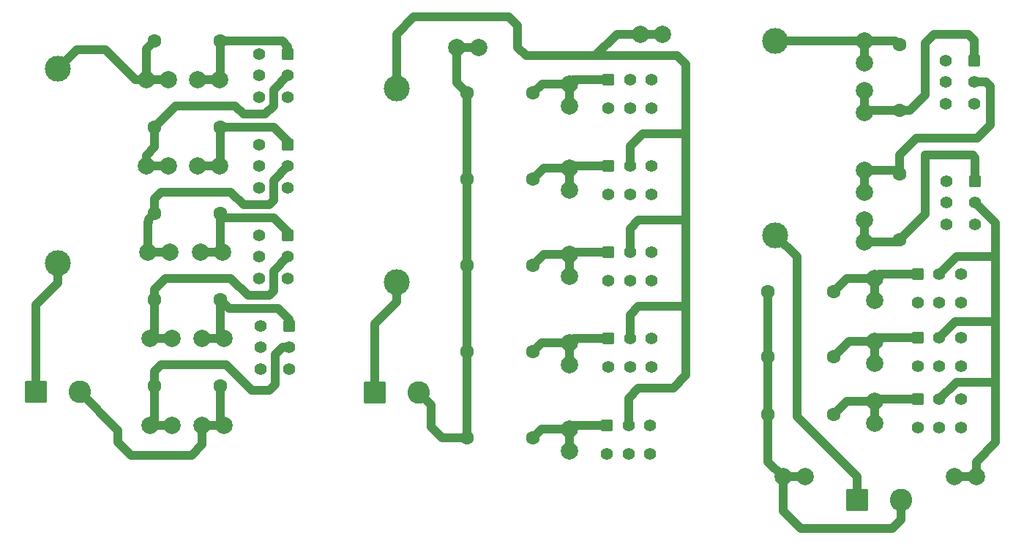
<source format=gbr>
%TF.GenerationSoftware,KiCad,Pcbnew,9.0.4*%
%TF.CreationDate,2025-08-31T04:42:25+08:00*%
%TF.ProjectId,Magdamit_EE_201L_Project,4d616764-616d-4697-945f-45455f323031,rev?*%
%TF.SameCoordinates,Original*%
%TF.FileFunction,Copper,L2,Bot*%
%TF.FilePolarity,Positive*%
%FSLAX46Y46*%
G04 Gerber Fmt 4.6, Leading zero omitted, Abs format (unit mm)*
G04 Created by KiCad (PCBNEW 9.0.4) date 2025-08-31 04:42:25*
%MOMM*%
%LPD*%
G01*
G04 APERTURE LIST*
G04 Aperture macros list*
%AMRoundRect*
0 Rectangle with rounded corners*
0 $1 Rounding radius*
0 $2 $3 $4 $5 $6 $7 $8 $9 X,Y pos of 4 corners*
0 Add a 4 corners polygon primitive as box body*
4,1,4,$2,$3,$4,$5,$6,$7,$8,$9,$2,$3,0*
0 Add four circle primitives for the rounded corners*
1,1,$1+$1,$2,$3*
1,1,$1+$1,$4,$5*
1,1,$1+$1,$6,$7*
1,1,$1+$1,$8,$9*
0 Add four rect primitives between the rounded corners*
20,1,$1+$1,$2,$3,$4,$5,0*
20,1,$1+$1,$4,$5,$6,$7,0*
20,1,$1+$1,$6,$7,$8,$9,0*
20,1,$1+$1,$8,$9,$2,$3,0*%
G04 Aperture macros list end*
%TA.AperFunction,ComponentPad*%
%ADD10C,2.000000*%
%TD*%
%TA.AperFunction,ComponentPad*%
%ADD11C,1.600000*%
%TD*%
%TA.AperFunction,ComponentPad*%
%ADD12RoundRect,0.250000X-1.050000X-1.050000X1.050000X-1.050000X1.050000X1.050000X-1.050000X1.050000X0*%
%TD*%
%TA.AperFunction,ComponentPad*%
%ADD13C,2.600000*%
%TD*%
%TA.AperFunction,ComponentPad*%
%ADD14RoundRect,0.250000X-0.450000X-0.450000X0.450000X-0.450000X0.450000X0.450000X-0.450000X0.450000X0*%
%TD*%
%TA.AperFunction,ComponentPad*%
%ADD15C,1.400000*%
%TD*%
%TA.AperFunction,ComponentPad*%
%ADD16C,3.000000*%
%TD*%
%TA.AperFunction,ComponentPad*%
%ADD17RoundRect,0.250000X-0.450000X0.450000X-0.450000X-0.450000X0.450000X-0.450000X0.450000X0.450000X0*%
%TD*%
%TA.AperFunction,Conductor*%
%ADD18C,1.000000*%
%TD*%
G04 APERTURE END LIST*
D10*
%TO.P,+TP_R6,1,1*%
%TO.N,Net-(SW5-A)*%
X99190000Y-55960000D03*
X99190000Y-58500000D03*
%TD*%
D11*
%TO.P,R10,1*%
%TO.N,Net-(J2-Pin_2)*%
X87380000Y-97000000D03*
%TO.P,R10,2*%
%TO.N,Net-(SW9-A)*%
X95000000Y-97000000D03*
%TD*%
D12*
%TO.P,J2,1,Pin_1*%
%TO.N,Net-(J2-Pin_1)*%
X76690000Y-91730000D03*
D13*
%TO.P,J2,2,Pin_2*%
%TO.N,Net-(J2-Pin_2)*%
X81770000Y-91730000D03*
%TD*%
D14*
%TO.P,SW_R9,1,A*%
%TO.N,Net-(SW8-A)*%
X103690000Y-85500000D03*
D15*
%TO.P,SW_R9,2,B*%
%TO.N,Net-(SW5-B)*%
X106190000Y-85500000D03*
%TO.P,SW_R9,3*%
%TO.N,N/C*%
X108690000Y-85500000D03*
%TO.P,SW_R9,4*%
X108690000Y-88800000D03*
%TO.P,SW_R9,5*%
X106190000Y-88800000D03*
%TO.P,SW_R9,6*%
X103690000Y-88800000D03*
%TD*%
D11*
%TO.P,R13,1*%
%TO.N,Net-(J3-Pin_2)*%
X122190000Y-80050000D03*
%TO.P,R13,2*%
%TO.N,Net-(SW12-A)*%
X129810000Y-80050000D03*
%TD*%
D10*
%TO.P,-TP_R12,1,1*%
%TO.N,Net-(SW11-A)*%
X133357500Y-71750000D03*
X133357500Y-74290000D03*
%TD*%
%TO.P,-TP_R4,1,1*%
%TO.N,Net-(SW4-A)*%
X56730000Y-85500000D03*
X59270000Y-85500000D03*
%TD*%
%TO.P,+TP_R5,1,1*%
%TO.N,Net-(SW4-B)*%
X50730000Y-95500000D03*
X53270000Y-95500000D03*
%TD*%
%TO.P,-TP_R3,1,1*%
%TO.N,Net-(SW3-A)*%
X56500000Y-75500000D03*
X59040000Y-75500000D03*
%TD*%
D14*
%TO.P,SW_R6,1,A*%
%TO.N,Net-(SW5-A)*%
X103690000Y-55500000D03*
D15*
%TO.P,SW_R6,2,B*%
%TO.N,Net-(SW5-B)*%
X106190000Y-55500000D03*
%TO.P,SW_R6,3*%
%TO.N,N/C*%
X108690000Y-55500000D03*
%TO.P,SW_R6,4*%
X108690000Y-58800000D03*
%TO.P,SW_R6,5*%
X106190000Y-58800000D03*
%TO.P,SW_R6,6*%
X103690000Y-58800000D03*
%TD*%
D11*
%TO.P,R5,1*%
%TO.N,Net-(SW4-B)*%
X51190000Y-91000000D03*
%TO.P,R5,2*%
%TO.N,Net-(J1-Pin_2)*%
X58810000Y-91000000D03*
%TD*%
D14*
%TO.P,SW_R8,1,A*%
%TO.N,Net-(SW7-A)*%
X103690000Y-75500000D03*
D15*
%TO.P,SW_R8,2,B*%
%TO.N,Net-(SW5-B)*%
X106190000Y-75500000D03*
%TO.P,SW_R8,3*%
%TO.N,N/C*%
X108690000Y-75500000D03*
%TO.P,SW_R8,4*%
X108690000Y-78800000D03*
%TO.P,SW_R8,5*%
X106190000Y-78800000D03*
%TO.P,SW_R8,6*%
X103690000Y-78800000D03*
%TD*%
D10*
%TO.P,-TP_R1,1,1*%
%TO.N,Net-(SW1-A)*%
X56230000Y-55500000D03*
X58770000Y-55500000D03*
%TD*%
%TO.P,+TP_R12,1,1*%
%TO.N,Net-(SW10-B)*%
X133357500Y-65980000D03*
X133357500Y-68520000D03*
%TD*%
D14*
%TO.P,SW_R14,1,A*%
%TO.N,Net-(SW13-A)*%
X139500000Y-85357500D03*
D15*
%TO.P,SW_R14,2,B*%
%TO.N,Net-(SW11-B)*%
X142000000Y-85357500D03*
%TO.P,SW_R14,3*%
%TO.N,N/C*%
X144500000Y-85357500D03*
%TO.P,SW_R14,4*%
X144500000Y-88657500D03*
%TO.P,SW_R14,5*%
X142000000Y-88657500D03*
%TO.P,SW_R14,6*%
X139500000Y-88657500D03*
%TD*%
D16*
%TO.P,F2,1*%
%TO.N,Net-(SW5-B)*%
X79190000Y-56480000D03*
%TO.P,F2,2*%
%TO.N,Net-(J2-Pin_1)*%
X79190000Y-78980000D03*
%TD*%
D17*
%TO.P,SW_11_12,1,A*%
%TO.N,Net-(SW10-A)*%
X146000000Y-53250000D03*
D15*
%TO.P,SW_11_12,2,B*%
%TO.N,Net-(SW10-B)*%
X146000000Y-55750000D03*
%TO.P,SW_11_12,3*%
%TO.N,N/C*%
X146000000Y-58250000D03*
%TO.P,SW_11_12,4*%
X142700000Y-58250000D03*
%TO.P,SW_11_12,5*%
X142700000Y-55750000D03*
%TO.P,SW_11_12,6*%
X142700000Y-53250000D03*
%TD*%
D10*
%TO.P,TP17,1,1*%
%TO.N,Net-(SW5-B)*%
X107420000Y-50230000D03*
X109960000Y-50230000D03*
%TD*%
%TO.P,+TP_R9,1,1*%
%TO.N,Net-(SW8-A)*%
X99190000Y-86000000D03*
X99190000Y-88540000D03*
%TD*%
D11*
%TO.P,R6,1*%
%TO.N,Net-(J2-Pin_2)*%
X87380000Y-57000000D03*
%TO.P,R6,2*%
%TO.N,Net-(SW5-A)*%
X95000000Y-57000000D03*
%TD*%
D10*
%TO.P,+TP_R7,1,1*%
%TO.N,Net-(SW6-A)*%
X99190000Y-65730000D03*
X99190000Y-68270000D03*
%TD*%
%TO.P,-TP,1,1*%
%TO.N,Net-(J2-Pin_2)*%
X86190000Y-51730000D03*
X88730000Y-51730000D03*
%TD*%
%TO.P,+TP_R13-R15,1,1*%
%TO.N,Net-(SW11-B)*%
X143730000Y-101500000D03*
X146270000Y-101500000D03*
%TD*%
D12*
%TO.P,J3,1,Pin_1*%
%TO.N,Net-(J3-Pin_1)*%
X132455000Y-104172500D03*
D13*
%TO.P,J3,2,Pin_2*%
%TO.N,Net-(J3-Pin_2)*%
X137535000Y-104172500D03*
%TD*%
D10*
%TO.P,-TP_R2,1,1*%
%TO.N,Net-(SW2-A)*%
X56230000Y-65500000D03*
X58770000Y-65500000D03*
%TD*%
D17*
%TO.P,SW_12_T_R12-15,1,A*%
%TO.N,Net-(SW11-A)*%
X146142500Y-67250000D03*
D15*
%TO.P,SW_12_T_R12-15,2,B*%
%TO.N,Net-(SW11-B)*%
X146142500Y-69750000D03*
%TO.P,SW_12_T_R12-15,3*%
%TO.N,N/C*%
X146142500Y-72250000D03*
%TO.P,SW_12_T_R12-15,4*%
X142842500Y-72250000D03*
%TO.P,SW_12_T_R12-15,5*%
X142842500Y-69750000D03*
%TO.P,SW_12_T_R12-15,6*%
X142842500Y-67250000D03*
%TD*%
D11*
%TO.P,R15,1*%
%TO.N,Net-(J3-Pin_2)*%
X122190000Y-94250000D03*
%TO.P,R15,2*%
%TO.N,Net-(SW14-A)*%
X129810000Y-94250000D03*
%TD*%
D17*
%TO.P,SW_R2_R3,1,A*%
%TO.N,Net-(SW2-A)*%
X66642500Y-63000000D03*
D15*
%TO.P,SW_R2_R3,2,B*%
%TO.N,Net-(SW2-B)*%
X66642500Y-65500000D03*
%TO.P,SW_R2_R3,3*%
%TO.N,N/C*%
X66642500Y-68000000D03*
%TO.P,SW_R2_R3,4*%
X63342500Y-68000000D03*
%TO.P,SW_R2_R3,5*%
X63342500Y-65500000D03*
%TO.P,SW_R2_R3,6*%
X63342500Y-63000000D03*
%TD*%
D10*
%TO.P,+TP_R11,1,1*%
%TO.N,Net-(F3-Pad1)*%
X133357500Y-50980000D03*
X133357500Y-53520000D03*
%TD*%
D11*
%TO.P,R7,1*%
%TO.N,Net-(J2-Pin_2)*%
X87380000Y-67000000D03*
%TO.P,R7,2*%
%TO.N,Net-(SW6-A)*%
X95000000Y-67000000D03*
%TD*%
D10*
%TO.P,-TP,1,1*%
%TO.N,Net-(J3-Pin_2)*%
X123960000Y-101500000D03*
X126500000Y-101500000D03*
%TD*%
D11*
%TO.P,R3,1*%
%TO.N,Net-(SW2-B)*%
X51190000Y-71000000D03*
%TO.P,R3,2*%
%TO.N,Net-(SW3-A)*%
X58810000Y-71000000D03*
%TD*%
D14*
%TO.P,SW_R15,1,A*%
%TO.N,Net-(SW14-A)*%
X139500000Y-92500000D03*
D15*
%TO.P,SW_R15,2,B*%
%TO.N,Net-(SW11-B)*%
X142000000Y-92500000D03*
%TO.P,SW_R15,3*%
%TO.N,N/C*%
X144500000Y-92500000D03*
%TO.P,SW_R15,4*%
X144500000Y-95800000D03*
%TO.P,SW_R15,5*%
X142000000Y-95800000D03*
%TO.P,SW_R15,6*%
X139500000Y-95800000D03*
%TD*%
D10*
%TO.P,+TP_R8,1,1*%
%TO.N,Net-(SW7-A)*%
X99190000Y-75730000D03*
X99190000Y-78270000D03*
%TD*%
D12*
%TO.P,J1,1,Pin_1*%
%TO.N,Net-(J1-Pin_1)*%
X37455000Y-91672500D03*
D13*
%TO.P,J1,2,Pin_2*%
%TO.N,Net-(J1-Pin_2)*%
X42535000Y-91672500D03*
%TD*%
D10*
%TO.P,+TP_R14,1,1*%
%TO.N,Net-(SW13-A)*%
X134500000Y-85837500D03*
X134500000Y-88377500D03*
%TD*%
%TO.P,-TP_R11,1,1*%
%TO.N,Net-(SW10-A)*%
X133357500Y-56750000D03*
X133357500Y-59290000D03*
%TD*%
%TO.P,+TP_R13,1,1*%
%TO.N,Net-(SW12-A)*%
X134500000Y-78550000D03*
X134500000Y-81090000D03*
%TD*%
%TO.P,+TP_R15,1,1*%
%TO.N,Net-(SW14-A)*%
X134500000Y-92750000D03*
X134500000Y-95290000D03*
%TD*%
%TO.P,+TP_R2,1,1*%
%TO.N,Net-(SW1-B)*%
X50230000Y-65500000D03*
X52770000Y-65500000D03*
%TD*%
D16*
%TO.P,F1,1*%
%TO.N,Net-(F1-Pad1)*%
X40000000Y-54250000D03*
%TO.P,F1,2*%
%TO.N,Net-(J1-Pin_1)*%
X40000000Y-76750000D03*
%TD*%
D11*
%TO.P,R11,1*%
%TO.N,Net-(F3-Pad1)*%
X137357500Y-51440000D03*
%TO.P,R11,2*%
%TO.N,Net-(SW10-A)*%
X137357500Y-59060000D03*
%TD*%
D10*
%TO.P,+TP_R1,1,1*%
%TO.N,Net-(F1-Pad1)*%
X50230000Y-55500000D03*
X52770000Y-55500000D03*
%TD*%
D14*
%TO.P,SW_R7,1,A*%
%TO.N,Net-(SW6-A)*%
X103690000Y-65500000D03*
D15*
%TO.P,SW_R7,2,B*%
%TO.N,Net-(SW5-B)*%
X106190000Y-65500000D03*
%TO.P,SW_R7,3*%
%TO.N,N/C*%
X108690000Y-65500000D03*
%TO.P,SW_R7,4*%
X108690000Y-68800000D03*
%TO.P,SW_R7,5*%
X106190000Y-68800000D03*
%TO.P,SW_R7,6*%
X103690000Y-68800000D03*
%TD*%
D17*
%TO.P,SW_R1_R2,1,A*%
%TO.N,Net-(SW1-A)*%
X66642500Y-52500000D03*
D15*
%TO.P,SW_R1_R2,2,B*%
%TO.N,Net-(SW1-B)*%
X66642500Y-55000000D03*
%TO.P,SW_R1_R2,3*%
%TO.N,N/C*%
X66642500Y-57500000D03*
%TO.P,SW_R1_R2,4*%
X63342500Y-57500000D03*
%TO.P,SW_R1_R2,5*%
X63342500Y-55000000D03*
%TO.P,SW_R1_R2,6*%
X63342500Y-52500000D03*
%TD*%
D11*
%TO.P,R2,1*%
%TO.N,Net-(SW1-B)*%
X51190000Y-61000000D03*
%TO.P,R2,2*%
%TO.N,Net-(SW2-A)*%
X58810000Y-61000000D03*
%TD*%
D16*
%TO.P,F3,1*%
%TO.N,Net-(F3-Pad1)*%
X123000000Y-51000000D03*
%TO.P,F3,2*%
%TO.N,Net-(J3-Pin_1)*%
X123000000Y-73500000D03*
%TD*%
D10*
%TO.P,+TP_R3,1,1*%
%TO.N,Net-(SW2-B)*%
X50460000Y-75500000D03*
X53000000Y-75500000D03*
%TD*%
%TO.P,+TP_R10,1,1*%
%TO.N,Net-(SW9-A)*%
X99190000Y-96000000D03*
X99190000Y-98540000D03*
%TD*%
D14*
%TO.P,SW_R13,1,A*%
%TO.N,Net-(SW12-A)*%
X139500000Y-78000000D03*
D15*
%TO.P,SW_R13,2,B*%
%TO.N,Net-(SW11-B)*%
X142000000Y-78000000D03*
%TO.P,SW_R13,3*%
%TO.N,N/C*%
X144500000Y-78000000D03*
%TO.P,SW_R13,4*%
X144500000Y-81300000D03*
%TO.P,SW_R13,5*%
X142000000Y-81300000D03*
%TO.P,SW_R13,6*%
X139500000Y-81300000D03*
%TD*%
D11*
%TO.P,R9,1*%
%TO.N,Net-(J2-Pin_2)*%
X87380000Y-87000000D03*
%TO.P,R9,2*%
%TO.N,Net-(SW8-A)*%
X95000000Y-87000000D03*
%TD*%
%TO.P,R8,1*%
%TO.N,Net-(J2-Pin_2)*%
X87380000Y-77000000D03*
%TO.P,R8,2*%
%TO.N,Net-(SW7-A)*%
X95000000Y-77000000D03*
%TD*%
%TO.P,R4,1*%
%TO.N,Net-(SW3-B)*%
X51190000Y-81000000D03*
%TO.P,R4,2*%
%TO.N,Net-(SW4-A)*%
X58810000Y-81000000D03*
%TD*%
D17*
%TO.P,SW_R4_R5,1,A*%
%TO.N,Net-(SW4-A)*%
X66800000Y-84000000D03*
D15*
%TO.P,SW_R4_R5,2,B*%
%TO.N,Net-(SW4-B)*%
X66800000Y-86500000D03*
%TO.P,SW_R4_R5,3*%
%TO.N,N/C*%
X66800000Y-89000000D03*
%TO.P,SW_R4_R5,4*%
X63500000Y-89000000D03*
%TO.P,SW_R4_R5,5*%
X63500000Y-86500000D03*
%TO.P,SW_R4_R5,6*%
X63500000Y-84000000D03*
%TD*%
D11*
%TO.P,R14,1*%
%TO.N,Net-(J3-Pin_2)*%
X122190000Y-87607500D03*
%TO.P,R14,2*%
%TO.N,Net-(SW13-A)*%
X129810000Y-87607500D03*
%TD*%
%TO.P,R12,1*%
%TO.N,Net-(SW10-B)*%
X137357500Y-66440000D03*
%TO.P,R12,2*%
%TO.N,Net-(SW11-A)*%
X137357500Y-74060000D03*
%TD*%
D17*
%TO.P,SW_R3_R4,1,A*%
%TO.N,Net-(SW3-A)*%
X66642500Y-73500000D03*
D15*
%TO.P,SW_R3_R4,2,B*%
%TO.N,Net-(SW3-B)*%
X66642500Y-76000000D03*
%TO.P,SW_R3_R4,3*%
%TO.N,N/C*%
X66642500Y-78500000D03*
%TO.P,SW_R3_R4,4*%
X63342500Y-78500000D03*
%TO.P,SW_R3_R4,5*%
X63342500Y-76000000D03*
%TO.P,SW_R3_R4,6*%
X63342500Y-73500000D03*
%TD*%
D10*
%TO.P,+TP_R4,1,1*%
%TO.N,Net-(SW3-B)*%
X50730000Y-85500000D03*
X53270000Y-85500000D03*
%TD*%
D14*
%TO.P,SW_R10,1,A*%
%TO.N,Net-(SW9-A)*%
X103547500Y-95500000D03*
D15*
%TO.P,SW_R10,2,B*%
%TO.N,Net-(SW5-B)*%
X106047500Y-95500000D03*
%TO.P,SW_R10,3*%
%TO.N,N/C*%
X108547500Y-95500000D03*
%TO.P,SW_R10,4*%
X108547500Y-98800000D03*
%TO.P,SW_R10,5*%
X106047500Y-98800000D03*
%TO.P,SW_R10,6*%
X103547500Y-98800000D03*
%TD*%
D10*
%TO.P,-TP_R5,1,1*%
%TO.N,Net-(J1-Pin_2)*%
X56730000Y-95500000D03*
X59270000Y-95500000D03*
%TD*%
D11*
%TO.P,R1,1*%
%TO.N,Net-(F1-Pad1)*%
X51190000Y-51000000D03*
%TO.P,R1,2*%
%TO.N,Net-(SW1-A)*%
X58810000Y-51000000D03*
%TD*%
D18*
%TO.N,Net-(SW1-A)*%
X66000000Y-51000000D02*
X58810000Y-51000000D01*
X66642500Y-51642500D02*
X66000000Y-51000000D01*
X58810000Y-55460000D02*
X58770000Y-55500000D01*
X58810000Y-51000000D02*
X58810000Y-55460000D01*
X66642500Y-52500000D02*
X66642500Y-51642500D01*
X56230000Y-55500000D02*
X58770000Y-55500000D01*
%TO.N,Net-(F1-Pad1)*%
X42250000Y-52000000D02*
X40000000Y-54250000D01*
X50230000Y-55500000D02*
X50230000Y-51960000D01*
X45500000Y-52000000D02*
X42250000Y-52000000D01*
X50230000Y-51960000D02*
X51190000Y-51000000D01*
X49000000Y-55500000D02*
X45500000Y-52000000D01*
X50230000Y-55500000D02*
X52770000Y-55500000D01*
X50230000Y-55500000D02*
X49000000Y-55500000D01*
%TO.N,Net-(SW1-B)*%
X61500000Y-59500000D02*
X60500000Y-58500000D01*
X60500000Y-58500000D02*
X53690000Y-58500000D01*
X50230000Y-64270000D02*
X50230000Y-65500000D01*
X64000000Y-59500000D02*
X61500000Y-59500000D01*
X51190000Y-63310000D02*
X50230000Y-64270000D01*
X50230000Y-65500000D02*
X52770000Y-65500000D01*
X66642500Y-55000000D02*
X65000000Y-56642500D01*
X53690000Y-58500000D02*
X51190000Y-61000000D01*
X65000000Y-58500000D02*
X64000000Y-59500000D01*
X51190000Y-61000000D02*
X51190000Y-63310000D01*
X65000000Y-56642500D02*
X65000000Y-58500000D01*
%TO.N,Net-(SW2-A)*%
X66642500Y-62642500D02*
X65000000Y-61000000D01*
X66642500Y-63000000D02*
X66642500Y-62642500D01*
X65000000Y-61000000D02*
X58810000Y-61000000D01*
X58810000Y-65460000D02*
X58770000Y-65500000D01*
X56230000Y-65500000D02*
X58770000Y-65500000D01*
X58810000Y-61000000D02*
X58810000Y-65460000D01*
%TO.N,Net-(SW2-B)*%
X50500000Y-71690000D02*
X50500000Y-72000000D01*
X65000000Y-67142500D02*
X65000000Y-69500000D01*
X51190000Y-69310000D02*
X51190000Y-71000000D01*
X61500000Y-70000000D02*
X60000000Y-68500000D01*
X66642500Y-65500000D02*
X65000000Y-67142500D01*
X52000000Y-68500000D02*
X51190000Y-69310000D01*
X50500000Y-72000000D02*
X50460000Y-72040000D01*
X50460000Y-75500000D02*
X53000000Y-75500000D01*
X65000000Y-69500000D02*
X64500000Y-70000000D01*
X51190000Y-71000000D02*
X50500000Y-71690000D01*
X50460000Y-72040000D02*
X50460000Y-75500000D01*
X64500000Y-70000000D02*
X61500000Y-70000000D01*
X60000000Y-68500000D02*
X52000000Y-68500000D01*
%TO.N,Net-(SW3-A)*%
X58810000Y-75270000D02*
X59040000Y-75500000D01*
X56500000Y-75500000D02*
X59040000Y-75500000D01*
X58810000Y-71000000D02*
X58810000Y-75270000D01*
X59310000Y-71500000D02*
X58810000Y-71000000D01*
X66642500Y-73142500D02*
X65000000Y-71500000D01*
X66642500Y-73500000D02*
X66642500Y-73142500D01*
X65000000Y-71500000D02*
X59310000Y-71500000D01*
%TO.N,Net-(SW3-B)*%
X60000000Y-78500000D02*
X52500000Y-78500000D01*
X66642500Y-76000000D02*
X65000000Y-77642500D01*
X64500000Y-80500000D02*
X62000000Y-80500000D01*
X52500000Y-78500000D02*
X51190000Y-79810000D01*
X51190000Y-85040000D02*
X50730000Y-85500000D01*
X65000000Y-80000000D02*
X64500000Y-80500000D01*
X65000000Y-77642500D02*
X65000000Y-80000000D01*
X62000000Y-80500000D02*
X60000000Y-78500000D01*
X51190000Y-81000000D02*
X51190000Y-85040000D01*
X51190000Y-79810000D02*
X51190000Y-81000000D01*
X50730000Y-85500000D02*
X53270000Y-85500000D01*
%TO.N,Net-(SW4-A)*%
X65500000Y-82000000D02*
X59810000Y-82000000D01*
X59810000Y-82000000D02*
X58810000Y-81000000D01*
X58810000Y-81000000D02*
X58810000Y-85040000D01*
X66800000Y-84000000D02*
X66800000Y-83300000D01*
X66800000Y-83300000D02*
X65500000Y-82000000D01*
X58810000Y-85040000D02*
X59270000Y-85500000D01*
X56730000Y-85500000D02*
X59270000Y-85500000D01*
%TO.N,Net-(J1-Pin_2)*%
X47000000Y-97500000D02*
X48500000Y-99000000D01*
X48500000Y-99000000D02*
X55500000Y-99000000D01*
X58810000Y-95040000D02*
X59270000Y-95500000D01*
X56730000Y-97770000D02*
X56730000Y-95500000D01*
X47000000Y-96137500D02*
X47000000Y-97500000D01*
X55500000Y-99000000D02*
X56730000Y-97770000D01*
X42535000Y-91672500D02*
X47000000Y-96137500D01*
X56730000Y-95500000D02*
X59270000Y-95500000D01*
X58810000Y-91000000D02*
X58810000Y-95040000D01*
%TO.N,Net-(SW4-B)*%
X62500000Y-91500000D02*
X59500000Y-88500000D01*
X64500000Y-91500000D02*
X62500000Y-91500000D01*
X51190000Y-89310000D02*
X51190000Y-91000000D01*
X51190000Y-91000000D02*
X51190000Y-95040000D01*
X66000000Y-86500000D02*
X65170911Y-87329089D01*
X52000000Y-88500000D02*
X51190000Y-89310000D01*
X66800000Y-86500000D02*
X66000000Y-86500000D01*
X65170911Y-87329089D02*
X65170911Y-90829089D01*
X59500000Y-88500000D02*
X52000000Y-88500000D01*
X65170911Y-90829089D02*
X64500000Y-91500000D01*
X50730000Y-95500000D02*
X53270000Y-95500000D01*
X51190000Y-95040000D02*
X50730000Y-95500000D01*
%TO.N,Net-(SW5-A)*%
X99190000Y-55960000D02*
X99190000Y-58500000D01*
X103690000Y-55500000D02*
X99650000Y-55500000D01*
X99650000Y-55500000D02*
X99190000Y-55960000D01*
X99190000Y-55960000D02*
X96040000Y-55960000D01*
X96040000Y-55960000D02*
X95000000Y-57000000D01*
%TO.N,Net-(J2-Pin_2)*%
X86190000Y-51730000D02*
X86190000Y-55810000D01*
X87380000Y-87000000D02*
X87380000Y-97000000D01*
X84460000Y-97000000D02*
X87380000Y-97000000D01*
X83190000Y-93150000D02*
X83190000Y-95730000D01*
X81770000Y-91730000D02*
X83190000Y-93150000D01*
X83190000Y-95730000D02*
X84460000Y-97000000D01*
X87380000Y-87000000D02*
X87380000Y-77000000D01*
X88730000Y-51730000D02*
X86190000Y-51730000D01*
X86190000Y-55810000D02*
X87380000Y-57000000D01*
X87380000Y-67000000D02*
X87380000Y-77000000D01*
X87380000Y-57000000D02*
X87380000Y-67000000D01*
%TO.N,Net-(SW6-A)*%
X96270000Y-65730000D02*
X95000000Y-67000000D01*
X103690000Y-65500000D02*
X99420000Y-65500000D01*
X99190000Y-65730000D02*
X96270000Y-65730000D01*
X99190000Y-65730000D02*
X99190000Y-68270000D01*
X99420000Y-65500000D02*
X99190000Y-65730000D01*
%TO.N,Net-(SW7-A)*%
X99190000Y-75730000D02*
X99190000Y-78270000D01*
X99190000Y-75730000D02*
X96270000Y-75730000D01*
X99420000Y-75500000D02*
X99190000Y-75730000D01*
X96270000Y-75730000D02*
X95000000Y-77000000D01*
X103690000Y-75500000D02*
X99420000Y-75500000D01*
%TO.N,Net-(SW8-A)*%
X103690000Y-85500000D02*
X99690000Y-85500000D01*
X96000000Y-86000000D02*
X95000000Y-87000000D01*
X99690000Y-85500000D02*
X99190000Y-86000000D01*
X99190000Y-86000000D02*
X96000000Y-86000000D01*
X99190000Y-86000000D02*
X99190000Y-88540000D01*
%TO.N,Net-(SW9-A)*%
X96000000Y-96000000D02*
X95000000Y-97000000D01*
X99690000Y-95500000D02*
X99190000Y-96000000D01*
X99190000Y-96000000D02*
X96000000Y-96000000D01*
X99190000Y-96000000D02*
X99190000Y-98540000D01*
X103547500Y-95500000D02*
X99690000Y-95500000D01*
%TO.N,Net-(F3-Pad1)*%
X133357500Y-50980000D02*
X136897500Y-50980000D01*
X123020000Y-50980000D02*
X123000000Y-51000000D01*
X133357500Y-50980000D02*
X133357500Y-53520000D01*
X133357500Y-50980000D02*
X123020000Y-50980000D01*
X136897500Y-50980000D02*
X137357500Y-51440000D01*
%TO.N,Net-(SW10-A)*%
X146000000Y-53250000D02*
X146000000Y-50892500D01*
X133357500Y-59290000D02*
X133587500Y-59060000D01*
X140357500Y-51250000D02*
X140357500Y-57250000D01*
X138547500Y-59060000D02*
X137357500Y-59060000D01*
X133357500Y-56750000D02*
X133357500Y-59290000D01*
X133587500Y-59060000D02*
X137357500Y-59060000D01*
X140357500Y-57250000D02*
X138547500Y-59060000D01*
X145357500Y-50250000D02*
X141357500Y-50250000D01*
X141357500Y-50250000D02*
X140357500Y-51250000D01*
X146000000Y-50892500D02*
X145357500Y-50250000D01*
%TO.N,Net-(SW10-B)*%
X147857500Y-56250000D02*
X147857500Y-60750000D01*
X147357500Y-55750000D02*
X147857500Y-56250000D01*
X133357500Y-65980000D02*
X133357500Y-68520000D01*
X146000000Y-55750000D02*
X147357500Y-55750000D01*
X147857500Y-60750000D02*
X146357500Y-62250000D01*
X137357500Y-64250000D02*
X137357500Y-66440000D01*
X146357500Y-62250000D02*
X139357500Y-62250000D01*
X139357500Y-62250000D02*
X137357500Y-64250000D01*
X136897500Y-65980000D02*
X137357500Y-66440000D01*
X133357500Y-65980000D02*
X136897500Y-65980000D01*
%TO.N,Net-(SW11-A)*%
X137127500Y-74290000D02*
X137357500Y-74060000D01*
X133357500Y-74290000D02*
X137127500Y-74290000D01*
X140357500Y-64250000D02*
X140357500Y-71060000D01*
X146142500Y-67250000D02*
X146142500Y-64535000D01*
X133357500Y-71750000D02*
X133357500Y-74290000D01*
X140357500Y-71060000D02*
X137357500Y-74060000D01*
X146142500Y-64535000D02*
X145857500Y-64250000D01*
X145857500Y-64250000D02*
X140357500Y-64250000D01*
%TO.N,Net-(J3-Pin_2)*%
X136500000Y-107500000D02*
X126000000Y-107500000D01*
X123960000Y-101500000D02*
X126500000Y-101500000D01*
X122190000Y-99730000D02*
X122190000Y-94250000D01*
X137535000Y-106465000D02*
X136500000Y-107500000D01*
X122190000Y-87607500D02*
X122190000Y-94250000D01*
X123960000Y-105460000D02*
X123960000Y-101500000D01*
X126000000Y-107500000D02*
X123960000Y-105460000D01*
X122190000Y-80050000D02*
X122190000Y-87607500D01*
X137535000Y-104172500D02*
X137535000Y-106465000D01*
X122190000Y-99730000D02*
X123960000Y-101500000D01*
%TO.N,Net-(SW12-A)*%
X134500000Y-78550000D02*
X131310000Y-78550000D01*
X139500000Y-78000000D02*
X135050000Y-78000000D01*
X131310000Y-78550000D02*
X129810000Y-80050000D01*
X134500000Y-78550000D02*
X134500000Y-81090000D01*
X135050000Y-78000000D02*
X134500000Y-78550000D01*
%TO.N,Net-(SW13-A)*%
X139500000Y-85357500D02*
X134980000Y-85357500D01*
X134500000Y-85837500D02*
X131580000Y-85837500D01*
X134980000Y-85357500D02*
X134500000Y-85837500D01*
X131580000Y-85837500D02*
X129810000Y-87607500D01*
X134500000Y-85837500D02*
X134500000Y-88377500D01*
%TO.N,Net-(SW14-A)*%
X134500000Y-92750000D02*
X134500000Y-95290000D01*
X134750000Y-92500000D02*
X134500000Y-92750000D01*
X139500000Y-92500000D02*
X134750000Y-92500000D01*
X131310000Y-92750000D02*
X129810000Y-94250000D01*
X134500000Y-92750000D02*
X131310000Y-92750000D01*
%TO.N,Net-(SW5-B)*%
X112690000Y-61730000D02*
X112690000Y-53730000D01*
X112690000Y-89730000D02*
X111190000Y-91230000D01*
X112690000Y-71730000D02*
X112690000Y-81730000D01*
X107190000Y-71730000D02*
X112690000Y-71730000D01*
X81190000Y-48230000D02*
X79190000Y-50230000D01*
X106190000Y-65500000D02*
X106190000Y-63230000D01*
X111690000Y-52730000D02*
X106690000Y-52730000D01*
X106190000Y-63230000D02*
X107690000Y-61730000D01*
X111190000Y-91230000D02*
X107190000Y-91230000D01*
X92190000Y-48230000D02*
X81190000Y-48230000D01*
X106190000Y-85500000D02*
X106190000Y-82730000D01*
X112690000Y-81730000D02*
X112690000Y-89730000D01*
X107690000Y-61730000D02*
X112690000Y-61730000D01*
X107190000Y-81730000D02*
X112690000Y-81730000D01*
X93190000Y-51730000D02*
X93190000Y-49230000D01*
X112690000Y-61730000D02*
X112690000Y-71730000D01*
X107420000Y-50230000D02*
X104690000Y-50230000D01*
X104690000Y-50230000D02*
X102190000Y-52730000D01*
X106047500Y-92372500D02*
X106047500Y-95500000D01*
X107190000Y-91230000D02*
X106047500Y-92372500D01*
X93190000Y-49230000D02*
X92190000Y-48230000D01*
X94190000Y-52730000D02*
X93190000Y-51730000D01*
X106690000Y-52730000D02*
X102190000Y-52730000D01*
X112690000Y-53730000D02*
X111690000Y-52730000D01*
X106190000Y-75500000D02*
X106190000Y-72730000D01*
X102190000Y-52730000D02*
X94190000Y-52730000D01*
X106190000Y-82730000D02*
X107190000Y-81730000D01*
X79190000Y-50230000D02*
X79190000Y-56480000D01*
X106190000Y-72730000D02*
X107190000Y-71730000D01*
X107420000Y-50230000D02*
X109960000Y-50230000D01*
%TO.N,Net-(SW11-B)*%
X142000000Y-92500000D02*
X144000000Y-90500000D01*
X144000000Y-76000000D02*
X148500000Y-76000000D01*
X146270000Y-101500000D02*
X146270000Y-99730000D01*
X148500000Y-83500000D02*
X148500000Y-90500000D01*
X146142500Y-69750000D02*
X148500000Y-72107500D01*
X144000000Y-90500000D02*
X148500000Y-90500000D01*
X148500000Y-72107500D02*
X148500000Y-72500000D01*
X142000000Y-78000000D02*
X144000000Y-76000000D01*
X148500000Y-90500000D02*
X148500000Y-97500000D01*
X143730000Y-101500000D02*
X146270000Y-101500000D01*
X146270000Y-99730000D02*
X148500000Y-97500000D01*
X148500000Y-76000000D02*
X148500000Y-83500000D01*
X143857500Y-83500000D02*
X148500000Y-83500000D01*
X148500000Y-72500000D02*
X148500000Y-76000000D01*
X142000000Y-85357500D02*
X143857500Y-83500000D01*
%TO.N,Net-(J1-Pin_1)*%
X39827500Y-76922500D02*
X40000000Y-76750000D01*
X40000000Y-76750000D02*
X40000000Y-79000000D01*
X37455000Y-81545000D02*
X37455000Y-91672500D01*
X40000000Y-79000000D02*
X37455000Y-81545000D01*
%TO.N,Net-(J2-Pin_1)*%
X79190000Y-81230000D02*
X76690000Y-83730000D01*
X79190000Y-78980000D02*
X79190000Y-81230000D01*
X78517500Y-79652500D02*
X79190000Y-78980000D01*
X76690000Y-83730000D02*
X76690000Y-91730000D01*
%TO.N,Net-(J3-Pin_1)*%
X132455000Y-101455000D02*
X125500000Y-94500000D01*
X125500000Y-94500000D02*
X125500000Y-76000000D01*
X125500000Y-76000000D02*
X123000000Y-73500000D01*
X132455000Y-104172500D02*
X132455000Y-101455000D01*
%TD*%
M02*

</source>
